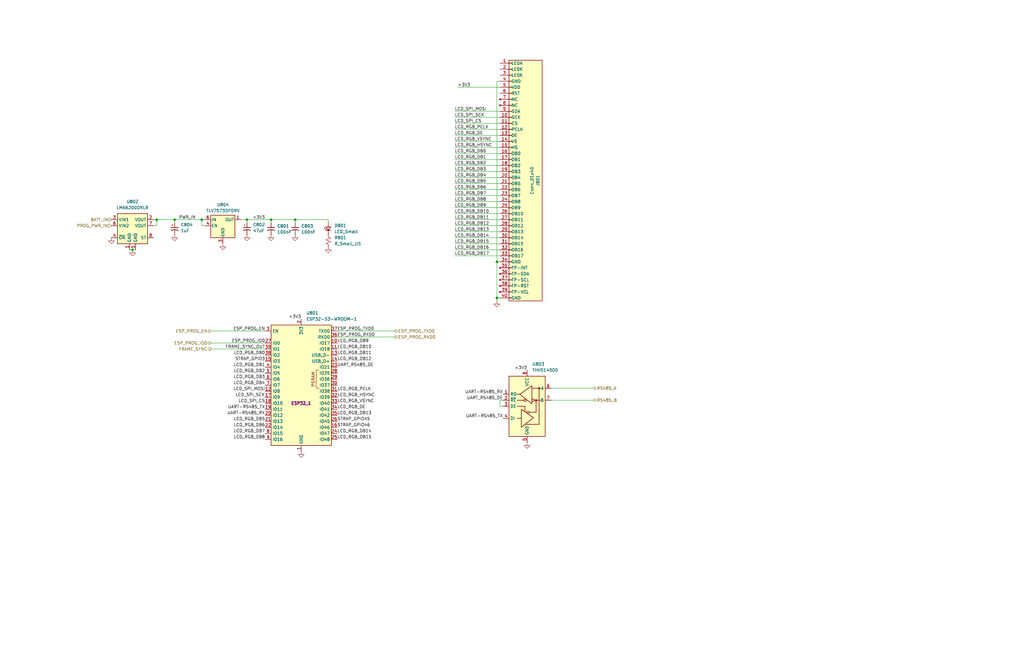
<source format=kicad_sch>
(kicad_sch (version 20250114) (generator "eeschema") (generator_version "9.0")
  (paper "B")
  (lib_symbols
    (symbol "Connector_Generic:Conn_01x40" (pin_names (offset 1.016))
      (property "Reference" "J301" (at 6.35 -1.27 90))
      (property "Value" "Conn_01x40" (at 3.81 -1.27 90))
      (symbol "Conn_01x40_1_1"
        (rectangle (start -1.27 49.53) (end 12.7 -52.07) (stroke (width 0.254)) (fill (type background)))
        (rectangle (start -1.27 48.387) (end 0 48.133) (stroke (width 0.1524)))
        (rectangle (start -1.27 45.847) (end 0 45.593) (stroke (width 0.1524)))
        (rectangle (start -1.27 43.307) (end 0 43.053) (stroke (width 0.1524)))
        (rectangle (start -1.27 40.767) (end 0 40.513) (stroke (width 0.1524)))
        (rectangle (start -1.27 38.227) (end 0 37.973) (stroke (width 0.1524)))
        (rectangle (start -1.27 35.687) (end 0 35.433) (stroke (width 0.1524)))
        (rectangle (start -1.27 33.147) (end 0 32.893) (stroke (width 0.1524)))
        (rectangle (start -1.27 30.607) (end 0 30.353) (stroke (width 0.1524)))
        (rectangle (start -1.27 28.067) (end 0 27.813) (stroke (width 0.1524)))
        (rectangle (start -1.27 25.527) (end 0 25.273) (stroke (width 0.1524)))
        (rectangle (start -1.27 22.987) (end 0 22.733) (stroke (width 0.1524)))
        (rectangle (start -1.27 20.447) (end 0 20.193) (stroke (width 0.1524)))
        (rectangle (start -1.27 17.907) (end 0 17.653) (stroke (width 0.1524)))
        (rectangle (start -1.27 15.367) (end 0 15.113) (stroke (width 0.1524)))
        (rectangle (start -1.27 12.827) (end 0 12.573) (stroke (width 0.1524)))
        (rectangle (start -1.27 10.287) (end 0 10.033) (stroke (width 0.1524)))
        (rectangle (start -1.27 7.747) (end 0 7.493) (stroke (width 0.1524)))
        (rectangle (start -1.27 5.207) (end 0 4.953) (stroke (width 0.1524)))
        (rectangle (start -1.27 2.667) (end 0 2.413) (stroke (width 0.1524)))
        (rectangle (start -1.27 0.127) (end 0 -0.127) (stroke (width 0.1524)))
        (rectangle (start -1.27 -2.413) (end 0 -2.667) (stroke (width 0.1524)))
        (rectangle (start -1.27 -4.953) (end 0 -5.207) (stroke (width 0.1524)))
        (rectangle (start -1.27 -7.493) (end 0 -7.747) (stroke (width 0.1524)))
        (rectangle (start -1.27 -10.033) (end 0 -10.287) (stroke (width 0.1524)))
        (rectangle (start -1.27 -12.573) (end 0 -12.827) (stroke (width 0.1524)))
        (rectangle (start -1.27 -15.113) (end 0 -15.367) (stroke (width 0.1524)))
        (rectangle (start -1.27 -17.653) (end 0 -17.907) (stroke (width 0.1524)))
        (rectangle (start -1.27 -20.193) (end 0 -20.447) (stroke (width 0.1524)))
        (rectangle (start -1.27 -22.733) (end 0 -22.987) (stroke (width 0.1524)))
        (rectangle (start -1.27 -25.273) (end 0 -25.527) (stroke (width 0.1524)))
        (rectangle (start -1.27 -27.813) (end 0 -28.067) (stroke (width 0.1524)))
        (rectangle (start -1.27 -30.353) (end 0 -30.607) (stroke (width 0.1524)))
        (rectangle (start -1.27 -32.893) (end 0 -33.147) (stroke (width 0.1524)))
        (rectangle (start -1.27 -35.433) (end 0 -35.687) (stroke (width 0.1524)))
        (rectangle (start -1.27 -37.973) (end 0 -38.227) (stroke (width 0.1524)))
        (rectangle (start -1.27 -40.513) (end 0 -40.767) (stroke (width 0.1524)))
        (rectangle (start -1.27 -43.053) (end 0 -43.307) (stroke (width 0.1524)))
        (rectangle (start -1.27 -45.593) (end 0 -45.847) (stroke (width 0.1524)))
        (rectangle (start -1.27 -48.133) (end 0 -48.387) (stroke (width 0.1524)))
        (rectangle (start -1.27 -50.673) (end 0 -50.927) (stroke (width 0.1524)))
        (pin passive line (at -5.08 48.26 0) (length 3.81) (name "LEDA") (number "1"))
        (pin passive line (at -5.08 45.72 0) (length 3.81) (name "LEDK") (number "2"))
        (pin passive line (at -5.08 43.18 0) (length 3.81) (name "LEDK") (number "3"))
        (pin power_in line (at -5.08 40.64 0) (length 3.81) (name "GND") (number "4"))
        (pin power_in line (at -5.08 38.1 0) (length 3.81) (name "VDD") (number "5"))
        (pin passive line (at -5.08 35.56 0) (length 3.81) (name "RST") (number "6"))
        (pin no_connect line (at -5.08 33.02 0) (length 3.81) (name "NC") (number "7"))
        (pin no_connect line (at -5.08 30.48 0) (length 3.81) (name "NC") (number "8"))
        (pin passive line (at -5.08 27.94 0) (length 3.81) (name "SDA") (number "9"))
        (pin passive line (at -5.08 25.4 0) (length 3.81) (name "SCK") (number "10"))
        (pin passive line (at -5.08 22.86 0) (length 3.81) (name "CS") (number "11"))
        (pin passive line (at -5.08 20.32 0) (length 3.81) (name "PCLK") (number "12"))
        (pin passive line (at -5.08 17.78 0) (length 3.81) (name "DE") (number "13"))
        (pin passive line (at -5.08 15.24 0) (length 3.81) (name "VS") (number "14"))
        (pin passive line (at -5.08 12.7 0) (length 3.81) (name "HS") (number "15"))
        (pin passive line (at -5.08 10.16 0) (length 3.81) (name "DB0") (number "16"))
        (pin passive line (at -5.08 7.62 0) (length 3.81) (name "DB1") (number "17"))
        (pin passive line (at -5.08 5.08 0) (length 3.81) (name "DB2") (number "18"))
        (pin passive line (at -5.08 2.54 0) (length 3.81) (name "DB3") (number "19"))
        (pin passive line (at -5.08 0 0) (length 3.81) (name "DB4") (number "20"))
        (pin passive line (at -5.08 -2.54 0) (length 3.81) (name "DB5") (number "21"))
        (pin passive line (at -5.08 -5.08 0) (length 3.81) (name "DB6") (number "22"))
        (pin passive line (at -5.08 -7.62 0) (length 3.81) (name "DB7") (number "23"))
        (pin passive line (at -5.08 -10.16 0) (length 3.81) (name "DB8") (number "24"))
        (pin passive line (at -5.08 -12.7 0) (length 3.81) (name "DB9") (number "25"))
        (pin passive line (at -5.08 -15.24 0) (length 3.81) (name "DB10") (number "26"))
        (pin passive line (at -5.08 -17.78 0) (length 3.81) (name "DB11") (number "27"))
        (pin passive line (at -5.08 -20.32 0) (length 3.81) (name "DB12") (number "28"))
        (pin passive line (at -5.08 -22.86 0) (length 3.81) (name "DB13") (number "29"))
        (pin passive line (at -5.08 -25.4 0) (length 3.81) (name "DB14") (number "30"))
        (pin passive line (at -5.08 -27.94 0) (length 3.81) (name "DB15") (number "31"))
        (pin passive line (at -5.08 -30.48 0) (length 3.81) (name "DB16") (number "32"))
        (pin passive line (at -5.08 -33.02 0) (length 3.81) (name "DB17") (number "33"))
        (pin power_in line (at -5.08 -35.56 0) (length 3.81) (name "GND") (number "34"))
        (pin no_connect line (at -5.08 -38.1 0) (length 3.81) (name "TP-INT") (number "35"))
        (pin no_connect line (at -5.08 -40.64 0) (length 3.81) (name "TP-SDA") (number "36"))
        (pin no_connect line (at -5.08 -43.18 0) (length 3.81) (name "TP-SCL") (number "37"))
        (pin no_connect line (at -5.08 -45.72 0) (length 3.81) (name "TP-RST") (number "38"))
        (pin no_connect line (at -5.08 -48.26 0) (length 3.81) (name "TP-VCL") (number "39"))
        (pin power_in line (at -5.08 -50.8 0) (length 3.81) (name "GND") (number "40"))
      )
    )
    (symbol "Device:C_Polarized_Small_US" (pin_numbers (hide yes)) (pin_names (offset 0.254) (hide yes))
      (property "Reference" "C" (at 0.254 1.778 0))
      (property "Value" "C_Polarized_Small_US" (at 0.254 -2.032 0))
      (symbol "C_Polarized_Small_US_0_1"
        (polyline (pts (xy -1.524 0.508) (xy 1.524 0.508)) (stroke (width 0.3048)))
        (polyline (pts (xy -1.27 1.524) (xy -0.762 1.524)))
        (polyline (pts (xy -1.016 1.27) (xy -1.016 1.778)))
        (arc (start -1.524 -0.762) (mid 0 -0.3734) (end 1.524 -0.762) (stroke (width 0.3048)))
      )
      (symbol "C_Polarized_Small_US_1_1"
        (pin passive line (at 0 2.54 270) (length 2.032) (name "~") (number "1"))
        (pin passive line (at 0 -2.54 90) (length 2.032) (name "~") (number "2"))
      )
    )
    (symbol "Device:C_Small_US" (pin_numbers (hide yes)) (pin_names (offset 0.254) (hide yes))
      (property "Reference" "C" (at 0.254 1.778 0))
      (property "Value" "C_Small_US" (at 0.254 -2.032 0))
      (symbol "C_Small_US_0_1"
        (polyline (pts (xy -1.524 0.508) (xy 1.524 0.508)) (stroke (width 0.3048)))
        (arc (start -1.524 -0.762) (mid 0 -0.3734) (end 1.524 -0.762) (stroke (width 0.3048)))
      )
      (symbol "C_Small_US_1_1"
        (pin passive line (at 0 2.54 270) (length 2.032) (name "~") (number "1"))
        (pin passive line (at 0 -2.54 90) (length 2.032) (name "~") (number "2"))
      )
    )
    (symbol "Device:LED_Small" (pin_numbers (hide yes)) (pin_names (offset 0.254) (hide yes))
      (property "Reference" "D" (at -1.27 3.175 0))
      (property "Value" "LED_Small" (at -4.445 -2.54 0))
      (symbol "LED_Small_0_1"
        (polyline (pts (xy -0.762 -1.016) (xy -0.762 1.016)) (stroke (width 0.254)))
        (polyline (pts (xy 0 0.762) (xy -0.508 1.27) (xy -0.254 1.27) (xy -0.508 1.27) (xy -0.508 1.016)))
        (polyline (pts (xy 0.508 1.27) (xy 0 1.778) (xy 0.254 1.778) (xy 0 1.778) (xy 0 1.524)))
        (polyline (pts (xy 0.762 -1.016) (xy -0.762 0) (xy 0.762 1.016) (xy 0.762 -1.016)) (stroke (width 0.254)))
        (polyline (pts (xy 1.016 0) (xy -0.762 0)))
      )
      (symbol "LED_Small_1_1"
        (pin passive line (at -2.54 0 0) (length 1.778) (name "K") (number "1"))
        (pin passive line (at 2.54 0 180) (length 1.778) (name "A") (number "2"))
      )
    )
    (symbol "Device:R_Small_US" (pin_numbers (hide yes)) (pin_names (offset 0.254) (hide yes))
      (property "Reference" "R" (at 0.762 0.508 0))
      (property "Value" "R_Small_US" (at 0.762 -1.016 0))
      (symbol "R_Small_US_1_1"
        (polyline (pts (xy 0 1.524) (xy 1.016 1.143) (xy 0 0.762) (xy -1.016 0.381) (xy 0 0)))
        (polyline (pts (xy 0 0) (xy 1.016 -0.381) (xy 0 -0.762) (xy -1.016 -1.143) (xy 0 -1.524)))
        (pin passive line (at 0 2.54 270) (length 1.016) (name "~") (number "1"))
        (pin passive line (at 0 -2.54 90) (length 1.016) (name "~") (number "2"))
      )
    )
    (symbol "Interface_UART:THVD1400D"
      (property "Reference" "U" (at -6.096 11.43 0))
      (property "Value" "THVD1400D" (at 0.762 11.43 0))
      (symbol "THVD1400D_0_1"
        (rectangle (start -7.62 12.7) (end 7.62 -12.7) (stroke (width 0.254)) (fill (type background)))
        (polyline (pts (xy -4.191 2.54) (xy -1.27 2.54)) (stroke (width 0.254)))
        (polyline (pts (xy -4.191 0) (xy -0.889 0) (xy -0.889 -2.286)) (stroke (width 0.254)))
        (polyline (pts (xy -3.175 5.08) (xy -4.191 5.08) (xy -4.064 5.08)) (stroke (width 0.254)))
        (polyline (pts (xy -2.54 -5.08) (xy -4.191 -5.08)) (stroke (width 0.254)))
        (polyline (pts (xy -2.413 -5.08) (xy -2.413 -1.27) (xy 2.667 -4.826) (xy -2.413 -8.89) (xy -2.413 -5.08)) (stroke (width 0.254)))
        (polyline (pts (xy -0.635 -7.62) (xy 5.08 -7.62)) (stroke (width 0.254)))
        (circle (center 0.381 -2.54) (radius 0.508) (stroke (width 0.254)))
        (polyline (pts (xy 0.889 -2.54) (xy 3.81 -2.54)) (stroke (width 0.254)))
        (polyline (pts (xy 2.032 7.62) (xy 5.715 7.62)) (stroke (width 0.254)))
        (polyline (pts (xy 3.048 2.54) (xy 5.715 2.54)) (stroke (width 0.254)))
        (circle (center 3.81 2.54) (radius 0.2794) (stroke (width 0.254)) (fill (type outline)))
        (polyline (pts (xy 3.81 -2.54) (xy 3.81 2.54)) (stroke (width 0.254)))
        (polyline (pts (xy 5.08 -7.62) (xy 5.08 7.62)) (stroke (width 0.254)))
      )
      (symbol "THVD1400D_1_1"
        (circle (center -0.762 2.54) (radius 0.508) (stroke (width 0.254)))
        (polyline (pts (xy 2.032 4.826) (xy 2.032 8.636) (xy -3.048 5.08) (xy 2.032 1.016) (xy 2.032 4.826)) (stroke (width 0.254)))
        (circle (center 2.54 2.54) (radius 0.508) (stroke (width 0.254)))
        (circle (center 5.08 7.62) (radius 0.2794) (stroke (width 0.254)) (fill (type outline)))
        (pin output line (at -10.16 5.08 0) (length 2.54) (name "RO") (number "1"))
        (pin input line (at -10.16 2.54 0) (length 2.54) (name "~{RE}") (number "2"))
        (pin input line (at -10.16 0 0) (length 2.54) (name "DE") (number "3"))
        (pin input line (at -10.16 -5.08 0) (length 2.54) (name "DI") (number "4"))
        (pin power_in line (at 0 15.24 270) (length 2.54) (name "VCC") (number "8"))
        (pin power_in line (at 0 -15.24 90) (length 2.54) (name "GND") (number "5"))
        (pin bidirectional line (at 10.16 7.62 180) (length 2.54) (name "A") (number "6"))
        (pin bidirectional line (at 10.16 2.54 180) (length 2.54) (name "B") (number "7"))
      )
    )
    (symbol "Power_Management:LM66100DCK"
      (property "Reference" "U102" (at 0 10.16 0))
      (property "Value" "LM66200DRLR" (at 0 7.62 0))
      (symbol "LM66100DCK_0_1"
        (rectangle (start -6.35 5.08) (end 6.35 -7.62) (stroke (width 0.254)) (fill (type background)))
      )
      (symbol "LM66100DCK_1_1"
        (pin power_in line (at -8.89 2.54 0) (length 2.54) (name "VIN1") (number "3"))
        (pin power_in line (at -8.89 0 0) (length 2.54) (name "VIN2") (number "6"))
        (pin input line (at -8.89 -5.08 0) (length 2.54) (name "~{ON}") (number "4"))
        (pin power_in line (at -1.27 -10.16 90) (length 2.54) (name "GND") (number "1"))
        (pin power_in line (at 1.27 -10.16 90) (length 2.54) (name "GND") (number "5"))
        (pin power_out line (at 8.89 2.54 180) (length 2.54) (name "VOUT") (number "2"))
        (pin power_out line (at 8.89 0 180) (length 2.54) (name "VOUT") (number "7"))
        (pin open_collector line (at 8.89 -5.08 180) (length 2.54) (name "ST") (number "8"))
      )
    )
    (symbol "RF_Module:ESP32-S3-WROOM-1"
      (property "Reference" "U" (at -12.7 26.67 0))
      (property "Value" "ESP32-S3-WROOM-1" (at 12.7 26.67 0))
      (symbol "ESP32-S3-WROOM-1_0_0"
        (rectangle (start -12.7 25.4) (end 12.7 -25.4) (stroke (width 0.254)) (fill (type background)))
        (text "PSRAM" (at 5.08 2.54 900) (effects (font (size 1.27 1.27))))
      )
      (symbol "ESP32-S3-WROOM-1_0_1"
        (polyline (pts (xy 7.62 -1.27) (xy 6.35 -1.27) (xy 6.35 6.35) (xy 7.62 6.35)))
      )
      (symbol "ESP32-S3-WROOM-1_1_1"
        (pin input line (at -15.24 22.86 0) (length 2.54) (name "EN") (number "3"))
        (pin bidirectional line (at -15.24 17.78 0) (length 2.54) (name "IO0") (number "27"))
        (pin bidirectional line (at -15.24 15.24 0) (length 2.54) (name "IO1") (number "39"))
        (pin bidirectional line (at -15.24 12.7 0) (length 2.54) (name "IO2") (number "38"))
        (pin bidirectional line (at -15.24 10.16 0) (length 2.54) (name "IO3") (number "15"))
        (pin bidirectional line (at -15.24 7.62 0) (length 2.54) (name "IO4") (number "4"))
        (pin bidirectional line (at -15.24 5.08 0) (length 2.54) (name "IO5") (number "5"))
        (pin bidirectional line (at -15.24 2.54 0) (length 2.54) (name "IO6") (number "6"))
        (pin bidirectional line (at -15.24 0 0) (length 2.54) (name "IO7") (number "7"))
        (pin bidirectional line (at -15.24 -2.54 0) (length 2.54) (name "IO8") (number "12"))
        (pin bidirectional line (at -15.24 -5.08 0) (length 2.54) (name "IO9") (number "17"))
        (pin bidirectional line (at -15.24 -7.62 0) (length 2.54) (name "IO10") (number "18"))
        (pin bidirectional line (at -15.24 -10.16 0) (length 2.54) (name "IO11") (number "19"))
        (pin bidirectional line (at -15.24 -12.7 0) (length 2.54) (name "IO12") (number "20"))
        (pin bidirectional line (at -15.24 -15.24 0) (length 2.54) (name "IO13") (number "21"))
        (pin bidirectional line (at -15.24 -17.78 0) (length 2.54) (name "IO14") (number "22"))
        (pin bidirectional line (at -15.24 -20.32 0) (length 2.54) (name "IO15") (number "8"))
        (pin bidirectional line (at -15.24 -22.86 0) (length 2.54) (name "IO16") (number "9"))
        (pin power_in line (at 0 27.94 270) (length 2.54) (name "3V3") (number "2"))
        (pin power_in line (at 0 -27.94 90) (length 2.54) (name "GND") (number "1"))
        (pin passive line (at 0 -27.94 90) (length 2.54) (hide yes) (name "GND") (number "40"))
        (pin passive line (at 0 -27.94 90) (length 2.54) (hide yes) (name "GND") (number "41"))
        (pin bidirectional line (at 15.24 22.86 180) (length 2.54) (name "TXD0") (number "37"))
        (pin bidirectional line (at 15.24 20.32 180) (length 2.54) (name "RXD0") (number "36"))
        (pin bidirectional line (at 15.24 17.78 180) (length 2.54) (name "IO17") (number "10"))
        (pin bidirectional line (at 15.24 15.24 180) (length 2.54) (name "IO18") (number "11"))
        (pin bidirectional line (at 15.24 12.7 180) (length 2.54) (name "USB_D-") (number "13"))
        (pin bidirectional line (at 15.24 10.16 180) (length 2.54) (name "USB_D+") (number "14"))
        (pin bidirectional line (at 15.24 7.62 180) (length 2.54) (name "IO21") (number "23"))
        (pin bidirectional line (at 15.24 5.08 180) (length 2.54) (name "IO35") (number "28"))
        (pin bidirectional line (at 15.24 2.54 180) (length 2.54) (name "IO36") (number "29"))
        (pin bidirectional line (at 15.24 0 180) (length 2.54) (name "IO37") (number "30"))
        (pin bidirectional line (at 15.24 -2.54 180) (length 2.54) (name "IO38") (number "31"))
        (pin bidirectional line (at 15.24 -5.08 180) (length 2.54) (name "IO39") (number "32"))
        (pin bidirectional line (at 15.24 -7.62 180) (length 2.54) (name "IO40") (number "33"))
        (pin bidirectional line (at 15.24 -10.16 180) (length 2.54) (name "IO41") (number "34"))
        (pin bidirectional line (at 15.24 -12.7 180) (length 2.54) (name "IO42") (number "35"))
        (pin bidirectional line (at 15.24 -15.24 180) (length 2.54) (name "IO45") (number "26"))
        (pin bidirectional line (at 15.24 -17.78 180) (length 2.54) (name "IO46") (number "16"))
        (pin bidirectional line (at 15.24 -20.32 180) (length 2.54) (name "IO47") (number "24"))
        (pin bidirectional line (at 15.24 -22.86 180) (length 2.54) (name "IO48") (number "25"))
      )
    )
    (symbol "Regulator_Linear:TLV75733PDRV" (pin_names (offset 0.254))
      (property "Reference" "U" (at -3.81 5.715 0))
      (property "Value" "TLV75733PDRV" (at 0 5.715 0))
      (symbol "TLV75733PDRV_0_1"
        (rectangle (start -5.08 4.445) (end 5.08 -5.08) (stroke (width 0.254)) (fill (type background)))
      )
      (symbol "TLV75733PDRV_1_1"
        (pin power_in line (at -7.62 2.54 0) (length 2.54) (name "IN") (number "6"))
        (pin input line (at -7.62 0 0) (length 2.54) (name "EN") (number "4"))
        (pin power_in line (at 0 -7.62 90) (length 2.54) (name "GND") (number "3"))
        (pin passive line (at 0 -7.62 90) (length 2.54) (hide yes) (name "GND") (number "7"))
        (pin no_connect line (at 5.08 0 180) (length 2.54) (hide yes) (name "NC") (number "2"))
        (pin no_connect line (at 5.08 -2.54 180) (length 2.54) (hide yes) (name "NC") (number "5"))
        (pin power_out line (at 7.62 2.54 180) (length 2.54) (name "OUT") (number "1"))
      )
    )
    (symbol "power:GND" (power) (pin_numbers (hide yes)) (pin_names (offset 0) (hide yes))
      (property "Value" "GND" (at 0 -3.81 0))
      (symbol "GND_0_1"
        (polyline (pts (xy 0 0) (xy 0 -1.27) (xy 1.27 -1.27) (xy 0 -2.54) (xy -1.27 -1.27) (xy 0 -1.27)))
      )
      (symbol "GND_1_1"
        (pin power_in line (at 0 0 270) (length 0) (name "~") (number "1"))
      )
    )
  )
  (junction (at 209.55 125.73))
  (junction (at 66.04 92.71))
  (junction (at 73.66 92.71))
  (junction (at 104.14 92.71))
  (junction (at 124.46 92.71))
  (junction (at 114.3 92.71))
  (junction (at 85.09 92.71))
  (junction (at 55.88 105.41))
  (junction (at 209.55 110.49))
  (wire (pts (xy 66.04 92.71) (xy 64.77 92.71)))
  (wire (pts (xy 191.77 80.01) (xy 210.82 80.01)))
  (wire (pts (xy 209.55 34.29) (xy 210.82 34.29)))
  (wire (pts (xy 191.77 90.17) (xy 210.82 90.17)))
  (wire (pts (xy 191.77 87.63) (xy 210.82 87.63)))
  (wire (pts (xy 191.77 62.23) (xy 210.82 62.23)))
  (wire (pts (xy 138.43 93.98) (xy 138.43 92.71)))
  (wire (pts (xy 191.77 77.47) (xy 210.82 77.47)))
  (wire (pts (xy 191.77 69.85) (xy 210.82 69.85)))
  (wire (pts (xy 209.55 127) (xy 209.55 125.73)))
  (wire (pts (xy 191.77 67.31) (xy 210.82 67.31)))
  (wire (pts (xy 232.41 163.83) (xy 250.19 163.83)))
  (wire (pts (xy 209.55 110.49) (xy 209.55 34.29)))
  (wire (pts (xy 191.77 59.69) (xy 210.82 59.69)))
  (wire (pts (xy 191.77 72.39) (xy 210.82 72.39)))
  (wire (pts (xy 209.55 110.49) (xy 210.82 110.49)))
  (wire (pts (xy 114.3 93.98) (xy 114.3 92.71)))
  (wire (pts (xy 232.41 168.91) (xy 250.19 168.91)))
  (wire (pts (xy 124.46 93.98) (xy 124.46 92.71)))
  (wire (pts (xy 88.9 147.32) (xy 111.76 147.32)))
  (wire (pts (xy 86.36 92.71) (xy 85.09 92.71)))
  (wire (pts (xy 191.77 54.61) (xy 210.82 54.61)))
  (wire (pts (xy 104.14 92.71) (xy 101.6 92.71)))
  (wire (pts (xy 66.04 92.71) (xy 73.66 92.71)))
  (wire (pts (xy 88.9 144.78) (xy 111.76 144.78)))
  (wire (pts (xy 66.04 95.25) (xy 66.04 92.71)))
  (wire (pts (xy 191.77 82.55) (xy 210.82 82.55)))
  (wire (pts (xy 210.82 171.45) (xy 210.82 168.91)))
  (wire (pts (xy 191.77 74.93) (xy 210.82 74.93)))
  (wire (pts (xy 209.55 125.73) (xy 209.55 110.49)))
  (wire (pts (xy 191.77 97.79) (xy 210.82 97.79)))
  (wire (pts (xy 191.77 46.99) (xy 210.82 46.99)))
  (wire (pts (xy 88.9 139.7) (xy 111.76 139.7)))
  (wire (pts (xy 104.14 92.71) (xy 114.3 92.71)))
  (wire (pts (xy 193.04 36.83) (xy 210.82 36.83)))
  (wire (pts (xy 55.88 105.41) (xy 54.61 105.41)))
  (wire (pts (xy 191.77 64.77) (xy 210.82 64.77)))
  (wire (pts (xy 191.77 52.07) (xy 210.82 52.07)))
  (wire (pts (xy 57.15 105.41) (xy 55.88 105.41)))
  (wire (pts (xy 64.77 95.25) (xy 66.04 95.25)))
  (wire (pts (xy 166.37 142.24) (xy 142.24 142.24)))
  (wire (pts (xy 191.77 92.71) (xy 210.82 92.71)))
  (wire (pts (xy 191.77 95.25) (xy 210.82 95.25)))
  (wire (pts (xy 104.14 92.71) (xy 104.14 93.98)))
  (wire (pts (xy 124.46 92.71) (xy 138.43 92.71)))
  (wire (pts (xy 191.77 85.09) (xy 210.82 85.09)))
  (wire (pts (xy 191.77 49.53) (xy 210.82 49.53)))
  (wire (pts (xy 209.55 125.73) (xy 210.82 125.73)))
  (wire (pts (xy 73.66 92.71) (xy 85.09 92.71)))
  (wire (pts (xy 210.82 168.91) (xy 212.09 168.91)))
  (wire (pts (xy 191.77 102.87) (xy 210.82 102.87)))
  (wire (pts (xy 114.3 92.71) (xy 124.46 92.71)))
  (wire (pts (xy 73.66 92.71) (xy 73.66 93.98)))
  (wire (pts (xy 212.09 171.45) (xy 210.82 171.45)))
  (wire (pts (xy 191.77 57.15) (xy 210.82 57.15)))
  (wire (pts (xy 85.09 95.25) (xy 85.09 92.71)))
  (wire (pts (xy 191.77 100.33) (xy 210.82 100.33)))
  (wire (pts (xy 191.77 107.95) (xy 210.82 107.95)))
  (wire (pts (xy 86.36 95.25) (xy 85.09 95.25)))
  (wire (pts (xy 166.37 139.7) (xy 142.24 139.7)))
  (wire (pts (xy 191.77 105.41) (xy 210.82 105.41)))
  (label "STRAP_GPIO45" (at 142.24 177.8 0))
  (label "LCD_SPI_MOSI" (at 191.77 46.99 0))
  (label "LCD_RGB_DB1" (at 191.77 67.31 0))
  (label "LCD_RGB_DB5" (at 111.76 177.8 180))
  (label "STRAP_GPIO46" (at 142.24 180.34 0))
  (label "LCD_RGB_DB17" (at 191.77 107.95 0))
  (label "ESP_PROG_IO0" (at 111.76 144.78 180))
  (label "LCD_RGB_DB7" (at 191.77 82.55 0))
  (label "LCD_RGB_DB8" (at 111.76 185.42 180))
  (label "LCD_RGB_VSYNC" (at 142.24 170.18 0))
  (label "LCD_RGB_DB11" (at 142.24 149.86 0))
  (label "LCD_RGB_DB0" (at 111.76 149.86 180))
  (label "LCD_RGB_DB8" (at 191.77 85.09 0))
  (label "LCD_RGB_DB2" (at 191.77 69.85 0))
  (label "LCD_RGB_DB9" (at 142.24 144.78 0))
  (label "LCD_RGB_PCLK" (at 142.24 165.1 0))
  (label "LCD_RGB_HSYNC" (at 191.77 62.23 0))
  (label "LCD_RGB_DE" (at 142.24 172.72 0))
  (label "UART_RS485_DE" (at 142.24 154.94 0))
  (label "UART-RS485_RX" (at 212.09 166.37 180))
  (label "LCD_RGB_DB0" (at 191.77 64.77 0))
  (label "FRAME_SYNC_OUT" (at 111.76 147.32 180))
  (label "LCD_RGB_DB9" (at 191.77 87.63 0))
  (label "LCD_RGB_DB12" (at 191.77 95.25 0))
  (label "LCD_RGB_DB10" (at 142.24 147.32 0))
  (label "LCD_SPI_SCK" (at 111.76 167.64 180))
  (label "LCD_RGB_DB15" (at 191.77 102.87 0))
  (label "LCD_SPI_SCK" (at 191.77 49.53 0))
  (label "+3V3" (at 222.25 156.21 180))
  (label "UART-RS485_TX" (at 111.76 172.72 180))
  (label "+3V3" (at 127 134.62 180))
  (label "LCD_RGB_DB15" (at 142.24 185.42 0))
  (label "PWR_IN" (at 82.55 92.71 180))
  (label "UART_RS485_DE" (at 212.09 168.91 180))
  (label "LCD_RGB_DB14" (at 142.24 182.88 0))
  (label "LCD_RGB_DB10" (at 191.77 90.17 0))
  (label "LCD_RGB_DB7" (at 111.76 182.88 180))
  (label "LCD_RGB_DB4" (at 111.76 162.56 180))
  (label "+3V3" (at 111.76 92.71 180))
  (label "LCD_RGB_VSYNC" (at 191.77 59.69 0))
  (label "LCD_RGB_DB6" (at 111.76 180.34 180))
  (label "ESP_PROG_EN" (at 111.76 139.7 180))
  (label "LCD_RGB_DB6" (at 191.77 80.01 0))
  (label "STRAP_GPIO3" (at 111.76 152.4 180))
  (label "LCD_RGB_DB2" (at 111.76 157.48 180))
  (label "LCD_RGB_DB13" (at 142.24 175.26 0))
  (label "ESP_PROG_RXD0" (at 142.24 142.24 0))
  (label "LCD_RGB_DB5" (at 191.77 77.47 0))
  (label "LCD_RGB_DB3" (at 111.76 160.02 180))
  (label "LCD_RGB_DB4" (at 191.77 74.93 0))
  (label "UART-RS485_RX" (at 111.76 175.26 180))
  (label "LCD_RGB_DB3" (at 191.77 72.39 0))
  (label "UART-RS485_TX" (at 212.09 176.53 180))
  (label "LCD_SPI_CS" (at 111.76 170.18 180))
  (label "ESP_PROG_TXD0" (at 142.24 139.7 0))
  (label "LCD_RGB_DB13" (at 191.77 97.79 0))
  (label "LCD_RGB_DB1" (at 111.76 154.94 180))
  (label "LCD_RGB_HSYNC" (at 142.24 167.64 0))
  (label "LCD_RGB_DB11" (at 191.77 92.71 0))
  (label "LCD_RGB_PCLK" (at 191.77 54.61 0))
  (label "LCD_SPI_MOSI" (at 111.76 165.1 180))
  (label "LCD_RGB_DE" (at 191.77 57.15 0))
  (label "LCD_RGB_DB12" (at 142.24 152.4 0))
  (label "LCD_SPI_CS" (at 191.77 52.07 0))
  (label "LCD_RGB_DB14" (at 191.77 100.33 0))
  (label "+3V3" (at 193.04 36.83 0))
  (label "LCD_RGB_DB16" (at 191.77 105.41 0))
  (hierarchical_label "RS485_A" (shape bidirectional) (at 250.19 163.83 0))
  (hierarchical_label "FRAME_SYNC" (shape output) (at 88.9 147.32 180))
  (hierarchical_label "RS485_B" (shape bidirectional) (at 250.19 168.91 0))
  (hierarchical_label "ESP_PROG_TXD0" (shape bidirectional) (at 166.37 139.7 0))
  (hierarchical_label "PROG_PWR_IN" (shape input) (at 46.99 95.25 180))
  (hierarchical_label "ESP_PROG_IO0" (shape bidirectional) (at 88.9 144.78 180))
  (hierarchical_label "ESP_PROG_RXD0" (shape bidirectional) (at 166.37 142.24 0))
  (hierarchical_label "ESP_PROG_EN" (shape bidirectional) (at 88.9 139.7 180))
  (hierarchical_label "BATT_IN" (shape input) (at 46.99 92.71 180))
  (symbol (lib_id "Regulator_Linear:TLV75733PDRV") (at 93.98 95.25 0) (unit 1)
    (property "Reference" "U202" (at 93.98 86.36 0))
    (property "Value" "TLV75733PDRV" (at 93.98 88.9 0))
    (property "Footprint" "Package_SON:WSON-6-1EP_2x2mm_P0.65mm_EP1x1.6mm" (effects (hide yes)))
    (property "Datasheet" "https://www.ti.com/lit/ds/symlink/tlv757p.pdf" (effects (hide yes)))
    (property "Description" "1A Low IQ Small Size Low Dropout Voltage Regulator, Fixed Output 3.3V, WSON6" (effects (hide yes)))
    (instances (project "" (path "" (reference "U804") (unit 1)) (path "" (reference "U202") (unit 1)) (path "" (reference "U604") (unit 1)) (path "" (reference "U704") (unit 1)) (path "" (reference "U1004") (unit 1)) (path "" (reference "U304") (unit 1)) (path "" (reference "U904") (unit 1)) (path "" (reference "U404") (unit 1)) (path "" (reference "U504") (unit 1))))
  )
  (symbol (lib_id "power:GND") (at 114.3 99.06 0) (mirror y) (unit 1)
    (property "Reference" "#PWR0206" (effects (hide yes)))
    (property "Value" "GND" (effects (hide yes)))
    (property "Description" "Power symbol creates a global label with name \"GND\" , ground" (effects (hide yes)))
    (instances (project "grad_cap_display" (path "" (reference "#PWR0808") (unit 1)) (path "" (reference "#PWR0206") (unit 1)) (path "" (reference "#PWR0608") (unit 1)) (path "" (reference "#PWR0708") (unit 1)) (path "" (reference "#PWR01008") (unit 1)) (path "" (reference "#PWR0308") (unit 1)) (path "" (reference "#PWR0908") (unit 1)) (path "" (reference "#PWR0408") (unit 1)) (path "" (reference "#PWR0508") (unit 1))))
  )
  (symbol (lib_id "Device:C_Small_US") (at 124.46 96.52 0) (unit 1)
    (property "Reference" "C203" (at 127 95.3769 0) (effects (justify left)))
    (property "Value" "100nF" (at 127 97.9169 0) (effects (justify left)))
    (property "Description" "capacitor, small US symbol" (effects (hide yes)))
    (instances (project "grad_cap_display" (path "" (reference "C803") (unit 1)) (path "" (reference "C203") (unit 1)) (path "" (reference "C603") (unit 1)) (path "" (reference "C703") (unit 1)) (path "" (reference "C1003") (unit 1)) (path "" (reference "C303") (unit 1)) (path "" (reference "C903") (unit 1)) (path "" (reference "C403") (unit 1)) (path "" (reference "C503") (unit 1))))
  )
  (symbol (lib_id "Power_Management:LM66100DCK") (at 55.88 95.25 0) (unit 1)
    (property "Reference" "U103" (at 55.88 85.09 0))
    (property "Value" "LM66200DRLR" (at 55.88 87.63 0))
    (property "Footprint" "Package_TO_SOT_SMD:SOT-583-8" (effects (hide yes)))
    (property "Datasheet" "https://www.ti.com/lit/ds/symlink/lm66200.pdf" (effects (hide yes)))
    (property "Description" "Ideal Diode With Dual Input Polarity Protection 1.5 - 5.5V  Input Voltage, 1.5A Output Current, Ron 141 mOhm, SC-70-6" (effects (hide yes)))
    (instances (project "grad_cap_display" (path "" (reference "U802") (unit 1)) (path "" (reference "U103") (unit 1)) (path "" (reference "U602") (unit 1)) (path "" (reference "U702") (unit 1)) (path "" (reference "U1002") (unit 1)) (path "" (reference "U302") (unit 1)) (path "" (reference "U902") (unit 1)) (path "" (reference "U402") (unit 1)) (path "" (reference "U502") (unit 1))))
  )
  (symbol (lib_id "power:GND") (at 46.99 100.33 0) (mirror y) (unit 1)
    (property "Reference" "#PWR0203" (effects (hide yes)))
    (property "Value" "GND" (effects (hide yes)))
    (property "Description" "Power symbol creates a global label with name \"GND\" , ground" (effects (hide yes)))
    (instances (project "grad_cap_display" (path "" (reference "#PWR0805") (unit 1)) (path "" (reference "#PWR0203") (unit 1)) (path "" (reference "#PWR0605") (unit 1)) (path "" (reference "#PWR0705") (unit 1)) (path "" (reference "#PWR01005") (unit 1)) (path "" (reference "#PWR0305") (unit 1)) (path "" (reference "#PWR0905") (unit 1)) (path "" (reference "#PWR0405") (unit 1)) (path "" (reference "#PWR0505") (unit 1))))
  )
  (symbol (lib_id "power:GND") (at 209.55 127 0) (mirror y) (unit 1)
    (property "Reference" "#PWR0204" (effects (hide yes)))
    (property "Value" "GND" (effects (hide yes)))
    (property "Description" "Power symbol creates a global label with name \"GND\" , ground" (effects (hide yes)))
    (instances (project "grad_cap_display" (path "" (reference "#PWR0806") (unit 1)) (path "" (reference "#PWR0204") (unit 1)) (path "" (reference "#PWR0606") (unit 1)) (path "" (reference "#PWR0706") (unit 1)) (path "" (reference "#PWR01006") (unit 1)) (path "" (reference "#PWR0306") (unit 1)) (path "" (reference "#PWR0906") (unit 1)) (path "" (reference "#PWR0406") (unit 1)) (path "" (reference "#PWR0506") (unit 1))))
  )
  (symbol (lib_id "power:GND") (at 104.14 99.06 0) (mirror y) (unit 1)
    (property "Reference" "#PWR0205" (effects (hide yes)))
    (property "Value" "GND" (effects (hide yes)))
    (property "Description" "Power symbol creates a global label with name \"GND\" , ground" (effects (hide yes)))
    (instances (project "grad_cap_display" (path "" (reference "#PWR0807") (unit 1)) (path "" (reference "#PWR0205") (unit 1)) (path "" (reference "#PWR0607") (unit 1)) (path "" (reference "#PWR0707") (unit 1)) (path "" (reference "#PWR01007") (unit 1)) (path "" (reference "#PWR0307") (unit 1)) (path "" (reference "#PWR0907") (unit 1)) (path "" (reference "#PWR0407") (unit 1)) (path "" (reference "#PWR0507") (unit 1))))
  )
  (symbol (lib_id "power:GND") (at 138.43 104.14 0) (mirror y) (unit 1)
    (property "Reference" "#PWR0209" (effects (hide yes)))
    (property "Value" "GND" (effects (hide yes)))
    (property "Description" "Power symbol creates a global label with name \"GND\" , ground" (effects (hide yes)))
    (instances (project "grad_cap_display" (path "" (reference "#PWR0811") (unit 1)) (path "" (reference "#PWR0209") (unit 1)) (path "" (reference "#PWR0611") (unit 1)) (path "" (reference "#PWR0711") (unit 1)) (path "" (reference "#PWR01011") (unit 1)) (path "" (reference "#PWR0311") (unit 1)) (path "" (reference "#PWR0911") (unit 1)) (path "" (reference "#PWR0411") (unit 1)) (path "" (reference "#PWR0511") (unit 1))))
  )
  (symbol (lib_id "RF_Module:ESP32-S3-WROOM-1") (at 127 162.56 0) (unit 1)
    (property "Reference" "U101" (at 129.1433 132.08 0) (effects (justify left)))
    (property "Value" "ESP32-S3-WROOM-1" (at 129.1433 134.62 0) (effects (justify left)))
    (property "Footprint" "RF_Module:ESP32-S3-WROOM-1" (effects (hide yes)))
    (property "Datasheet" "https://www.espressif.com/sites/default/files/documentation/esp32-s3-wroom-1_wroom-1u_datasheet_en.pdf" (effects (hide yes)))
    (property "Description" "RF Module, ESP32-S3 SoC, Wi-Fi 802.11b/g/n, Bluetooth, BLE, 32-bit, 3.3V, onboard antenna, SMD" (effects (hide yes)))
    (property "ID" "ESP32_1" (at 127 170.18 0) (effects (font (thickness 0.254) (bold yes))))
    (instances (project "grad_cap_display" (path "" (reference "U801") (unit 1)) (path "" (reference "U101") (unit 1)) (path "" (reference "U601") (unit 1)) (path "" (reference "U701") (unit 1)) (path "" (reference "U1001") (unit 1)) (path "" (reference "U301") (unit 1)) (path "" (reference "U901") (unit 1)) (path "" (reference "U401") (unit 1)) (path "" (reference "U501") (unit 1))))
  )
  (symbol (lib_id "power:GND") (at 93.98 102.87 0) (mirror y) (unit 1)
    (property "Reference" "#PWR0201" (effects (hide yes)))
    (property "Value" "GND" (effects (hide yes)))
    (property "Description" "Power symbol creates a global label with name \"GND\" , ground" (effects (hide yes)))
    (instances (project "grad_cap_display" (path "" (reference "#PWR0804") (unit 1)) (path "" (reference "#PWR0201") (unit 1)) (path "" (reference "#PWR0604") (unit 1)) (path "" (reference "#PWR0704") (unit 1)) (path "" (reference "#PWR01004") (unit 1)) (path "" (reference "#PWR0304") (unit 1)) (path "" (reference "#PWR0904") (unit 1)) (path "" (reference "#PWR0404") (unit 1)) (path "" (reference "#PWR0504") (unit 1))))
  )
  (symbol (lib_id "power:GND") (at 55.88 105.41 0) (mirror y) (unit 1)
    (property "Reference" "#PWR0105" (effects (hide yes)))
    (property "Value" "GND" (effects (hide yes)))
    (property "Description" "Power symbol creates a global label with name \"GND\" , ground" (effects (hide yes)))
    (instances (project "grad_cap_display" (path "" (reference "#PWR0802") (unit 1)) (path "" (reference "#PWR0105") (unit 1)) (path "" (reference "#PWR0602") (unit 1)) (path "" (reference "#PWR0702") (unit 1)) (path "" (reference "#PWR01002") (unit 1)) (path "" (reference "#PWR0302") (unit 1)) (path "" (reference "#PWR0902") (unit 1)) (path "" (reference "#PWR0402") (unit 1)) (path "" (reference "#PWR0502") (unit 1))))
  )
  (symbol (lib_id "power:GND") (at 124.46 99.06 0) (mirror y) (unit 1)
    (property "Reference" "#PWR0207" (effects (hide yes)))
    (property "Value" "GND" (effects (hide yes)))
    (property "Description" "Power symbol creates a global label with name \"GND\" , ground" (effects (hide yes)))
    (instances (project "grad_cap_display" (path "" (reference "#PWR0809") (unit 1)) (path "" (reference "#PWR0207") (unit 1)) (path "" (reference "#PWR0609") (unit 1)) (path "" (reference "#PWR0709") (unit 1)) (path "" (reference "#PWR01009") (unit 1)) (path "" (reference "#PWR0309") (unit 1)) (path "" (reference "#PWR0909") (unit 1)) (path "" (reference "#PWR0409") (unit 1)) (path "" (reference "#PWR0509") (unit 1))))
  )
  (symbol (lib_id "Connector_Generic:Conn_01x40") (at 215.9 74.93 0) (unit 1)
    (property "Reference" "J301" (at 226.822 76.2 90))
    (property "Value" "Conn_01x40" (at 224.282 76.2 90))
    (property "Description" "Generic connector, single row, 01x40, script generated (kicad-library-utils/schlib/autogen/connector/)" (effects (hide yes)))
    (instances (project "grad_cap_display" (path "" (reference "J801") (unit 1)) (path "" (reference "J301") (unit 1)) (path "" (reference "J601") (unit 1)) (path "" (reference "J701") (unit 1)) (path "" (reference "J1001") (unit 1)) (path "" (reference "J302") (unit 1)) (path "" (reference "J901") (unit 1)) (path "" (reference "J401") (unit 1)) (path "" (reference "J501") (unit 1))))
  )
  (symbol (lib_id "Device:C_Small_US") (at 114.3 96.52 0) (unit 1)
    (property "Reference" "C201" (at 116.84 95.3769 0) (effects (justify left)))
    (property "Value" "100nF" (at 116.84 97.9169 0) (effects (justify left)))
    (property "Description" "capacitor, small US symbol" (effects (hide yes)))
    (instances (project "" (path "" (reference "C801") (unit 1)) (path "" (reference "C201") (unit 1)) (path "" (reference "C601") (unit 1)) (path "" (reference "C701") (unit 1)) (path "" (reference "C1001") (unit 1)) (path "" (reference "C301") (unit 1)) (path "" (reference "C901") (unit 1)) (path "" (reference "C401") (unit 1)) (path "" (reference "C501") (unit 1))))
  )
  (symbol (lib_id "power:GND") (at 222.25 186.69 0) (unit 1)
    (property "Reference" "#PWR0202" (effects (hide yes)))
    (property "Value" "GND" (effects (hide yes)))
    (property "Description" "Power symbol creates a global label with name \"GND\" , ground" (effects (hide yes)))
    (instances (project "grad_cap_display" (path "" (reference "#PWR0803") (unit 1)) (path "" (reference "#PWR0202") (unit 1)) (path "" (reference "#PWR0603") (unit 1)) (path "" (reference "#PWR0703") (unit 1)) (path "" (reference "#PWR01003") (unit 1)) (path "" (reference "#PWR0303") (unit 1)) (path "" (reference "#PWR0903") (unit 1)) (path "" (reference "#PWR0403") (unit 1)) (path "" (reference "#PWR0503") (unit 1))))
  )
  (symbol (lib_id "Device:C_Polarized_Small_US") (at 104.14 96.52 0) (unit 1)
    (property "Reference" "C202" (at 106.68 94.8181 0) (effects (justify left)))
    (property "Value" "47uF" (at 106.68 97.3581 0) (effects (justify left)))
    (property "Description" "Polarized capacitor, small US symbol" (effects (hide yes)))
    (instances (project "" (path "" (reference "C802") (unit 1)) (path "" (reference "C202") (unit 1)) (path "" (reference "C602") (unit 1)) (path "" (reference "C702") (unit 1)) (path "" (reference "C1002") (unit 1)) (path "" (reference "C302") (unit 1)) (path "" (reference "C902") (unit 1)) (path "" (reference "C402") (unit 1)) (path "" (reference "C502") (unit 1))))
  )
  (symbol (lib_id "Device:C_Polarized_Small_US") (at 73.66 96.52 0) (unit 1)
    (property "Reference" "C204" (at 76.2 94.8181 0) (effects (justify left)))
    (property "Value" "1uF" (at 76.2 97.3581 0) (effects (justify left)))
    (property "Description" "Polarized capacitor, small US symbol" (effects (hide yes)))
    (instances (project "grad_cap_display" (path "" (reference "C804") (unit 1)) (path "" (reference "C204") (unit 1)) (path "" (reference "C604") (unit 1)) (path "" (reference "C704") (unit 1)) (path "" (reference "C1004") (unit 1)) (path "" (reference "C304") (unit 1)) (path "" (reference "C904") (unit 1)) (path "" (reference "C404") (unit 1)) (path "" (reference "C504") (unit 1))))
  )
  (symbol (lib_id "power:GND") (at 73.66 99.06 0) (mirror y) (unit 1)
    (property "Reference" "#PWR0208" (effects (hide yes)))
    (property "Value" "GND" (effects (hide yes)))
    (property "Description" "Power symbol creates a global label with name \"GND\" , ground" (effects (hide yes)))
    (instances (project "grad_cap_display" (path "" (reference "#PWR0810") (unit 1)) (path "" (reference "#PWR0208") (unit 1)) (path "" (reference "#PWR0610") (unit 1)) (path "" (reference "#PWR0710") (unit 1)) (path "" (reference "#PWR01010") (unit 1)) (path "" (reference "#PWR0310") (unit 1)) (path "" (reference "#PWR0910") (unit 1)) (path "" (reference "#PWR0410") (unit 1)) (path "" (reference "#PWR0510") (unit 1))))
  )
  (symbol (lib_id "power:GND") (at 127 190.5 0) (unit 1)
    (property "Reference" "#PWR0101" (effects (hide yes)))
    (property "Value" "GND" (effects (hide yes)))
    (property "Description" "Power symbol creates a global label with name \"GND\" , ground" (effects (hide yes)))
    (instances (project "grad_cap_display" (path "" (reference "#PWR0801") (unit 1)) (path "" (reference "#PWR0101") (unit 1)) (path "" (reference "#PWR0601") (unit 1)) (path "" (reference "#PWR0701") (unit 1)) (path "" (reference "#PWR01001") (unit 1)) (path "" (reference "#PWR0301") (unit 1)) (path "" (reference "#PWR0901") (unit 1)) (path "" (reference "#PWR0401") (unit 1)) (path "" (reference "#PWR0501") (unit 1))))
  )
  (symbol (lib_id "Device:R_Small_US") (at 138.43 101.6 0) (unit 1)
    (property "Reference" "R201" (at 140.97 100.3299 0) (effects (justify left)))
    (property "Value" "R_Small_US" (at 140.97 102.8699 0) (effects (justify left)))
    (property "Description" "Resistor, small US symbol" (effects (hide yes)))
    (instances (project "" (path "" (reference "R801") (unit 1)) (path "" (reference "R201") (unit 1)) (path "" (reference "R601") (unit 1)) (path "" (reference "R701") (unit 1)) (path "" (reference "R1001") (unit 1)) (path "" (reference "R301") (unit 1)) (path "" (reference "R901") (unit 1)) (path "" (reference "R401") (unit 1)) (path "" (reference "R501") (unit 1))))
  )
  (symbol (lib_id "Device:LED_Small") (at 138.43 96.52 90) (unit 1)
    (property "Reference" "D201" (at 140.97 95.1864 90) (effects (justify right)))
    (property "Value" "LED_Small" (at 140.97 97.7264 90) (effects (justify right)))
    (property "Description" "Light emitting diode, small symbol" (effects (hide yes)))
    (property "Sim.Pins" "1=K 2=A" (effects (hide yes)))
    (instances (project "" (path "" (reference "D801") (unit 1)) (path "" (reference "D201") (unit 1)) (path "" (reference "D601") (unit 1)) (path "" (reference "D701") (unit 1)) (path "" (reference "D1001") (unit 1)) (path "" (reference "D301") (unit 1)) (path "" (reference "D901") (unit 1)) (path "" (reference "D401") (unit 1)) (path "" (reference "D501") (unit 1))))
  )
  (symbol (lib_id "Interface_UART:THVD1400D") (at 222.25 171.45 0) (unit 1)
    (property "Reference" "U201" (at 224.3933 153.67 0) (effects (justify left)))
    (property "Value" "THVD1400D" (at 224.3933 156.21 0) (effects (justify left)))
    (property "Footprint" "Package_SO:SOIC-8_3.9x4.9mm_P1.27mm" (effects (hide yes)))
    (property "Datasheet" "https://www.ti.com/lit/ds/symlink/thvd1420.pdf" (effects (hide yes)))
    (property "Description" "Half duplex RS-485/RS-422, 500 Kbps, 3V - 5.5V supply, ±12kV electro-static discharge (ESD) protection, with receiver/driver enable, 32 receiver drive capacity, SOIC-8" (effects (hide yes)))
    (instances (project "grad_cap_display" (path "" (reference "U803") (unit 1)) (path "" (reference "U201") (unit 1)) (path "" (reference "U603") (unit 1)) (path "" (reference "U703") (unit 1)) (path "" (reference "U1003") (unit 1)) (path "" (reference "U303") (unit 1)) (path "" (reference "U903") (unit 1)) (path "" (reference "U403") (unit 1)) (path "" (reference "U503") (unit 1))))
  )
)
</source>
